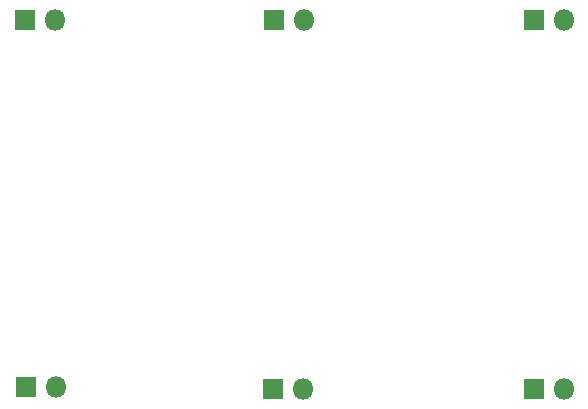
<source format=gbr>
%TF.GenerationSoftware,KiCad,Pcbnew,(5.1.6)-1*%
%TF.CreationDate,2020-09-18T13:43:39+05:30*%
%TF.ProjectId,PCB Electromagnet,50434220-456c-4656-9374-726f6d61676e,rev?*%
%TF.SameCoordinates,Original*%
%TF.FileFunction,Soldermask,Bot*%
%TF.FilePolarity,Negative*%
%FSLAX46Y46*%
G04 Gerber Fmt 4.6, Leading zero omitted, Abs format (unit mm)*
G04 Created by KiCad (PCBNEW (5.1.6)-1) date 2020-09-18 13:43:39*
%MOMM*%
%LPD*%
G01*
G04 APERTURE LIST*
%ADD10R,1.800000X1.800000*%
%ADD11O,1.800000X1.800000*%
G04 APERTURE END LIST*
D10*
%TO.C,J1*%
X58600000Y-77900000D03*
D11*
X61140000Y-77900000D03*
%TD*%
D10*
%TO.C,J2*%
X79700000Y-77900000D03*
D11*
X82240000Y-77900000D03*
%TD*%
D10*
%TO.C,J3*%
X101700000Y-77900000D03*
D11*
X104240000Y-77900000D03*
%TD*%
D10*
%TO.C,J4*%
X58700000Y-109000000D03*
D11*
X61240000Y-109000000D03*
%TD*%
%TO.C,J5*%
X82140000Y-109100000D03*
D10*
X79600000Y-109100000D03*
%TD*%
%TO.C,J6*%
X101700000Y-109100000D03*
D11*
X104240000Y-109100000D03*
%TD*%
M02*

</source>
